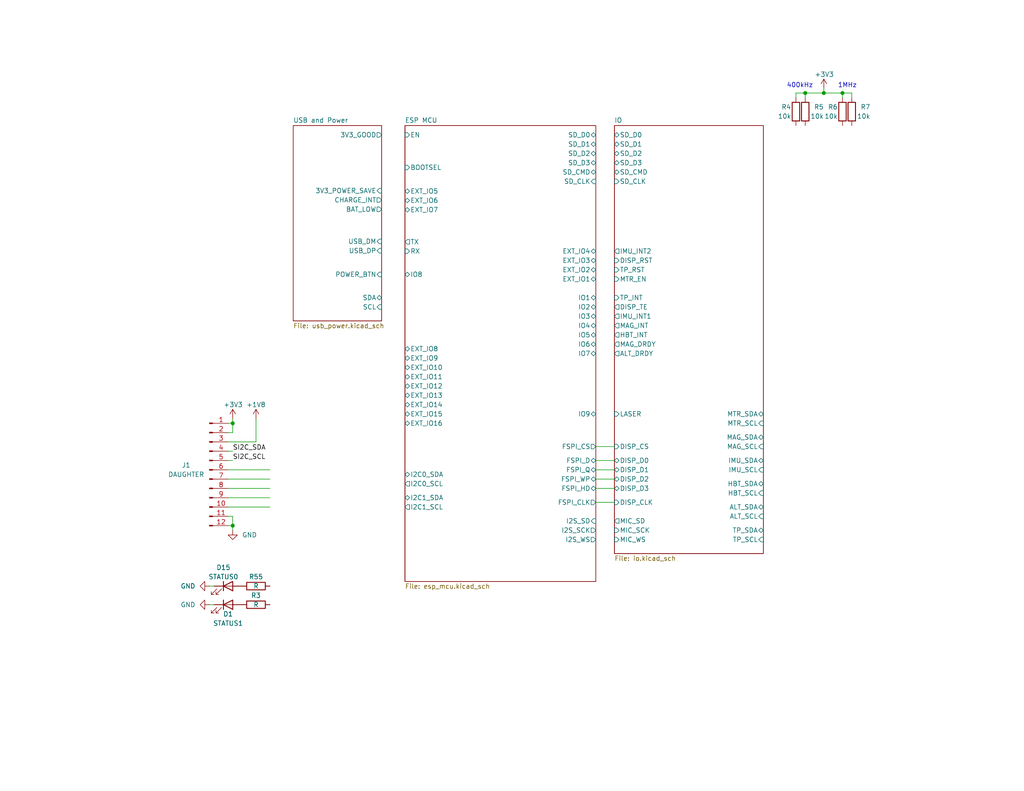
<source format=kicad_sch>
(kicad_sch (version 20250114) (generator "eeschema") (generator_version "9.0")
  (paper "USLetter")
  (lib_symbols
    (symbol "Connector:Conn_01x12_Pin" (pin_names (offset 1.016) (hide yes))
      (property "Reference" "J" (at 0 15.24 0))
      (property "Value" "Conn_01x12_Pin" (at 0 -17.78 0))
      (symbol "Conn_01x12_Pin_1_1"
        (rectangle (start 0.8636 12.827) (end 0 12.573) (stroke (width 0.1524)) (fill (type outline)))
        (rectangle (start 0.8636 10.287) (end 0 10.033) (stroke (width 0.1524)) (fill (type outline)))
        (rectangle (start 0.8636 7.747) (end 0 7.493) (stroke (width 0.1524)) (fill (type outline)))
        (rectangle (start 0.8636 5.207) (end 0 4.953) (stroke (width 0.1524)) (fill (type outline)))
        (rectangle (start 0.8636 2.667) (end 0 2.413) (stroke (width 0.1524)) (fill (type outline)))
        (rectangle (start 0.8636 0.127) (end 0 -0.127) (stroke (width 0.1524)) (fill (type outline)))
        (rectangle (start 0.8636 -2.413) (end 0 -2.667) (stroke (width 0.1524)) (fill (type outline)))
        (rectangle (start 0.8636 -4.953) (end 0 -5.207) (stroke (width 0.1524)) (fill (type outline)))
        (rectangle (start 0.8636 -7.493) (end 0 -7.747) (stroke (width 0.1524)) (fill (type outline)))
        (rectangle (start 0.8636 -10.033) (end 0 -10.287) (stroke (width 0.1524)) (fill (type outline)))
        (rectangle (start 0.8636 -12.573) (end 0 -12.827) (stroke (width 0.1524)) (fill (type outline)))
        (rectangle (start 0.8636 -15.113) (end 0 -15.367) (stroke (width 0.1524)) (fill (type outline)))
        (polyline (pts (xy 1.27 12.7) (xy 0.8636 12.7)) (stroke (width 0.1524)))
        (polyline (pts (xy 1.27 10.16) (xy 0.8636 10.16)) (stroke (width 0.1524)))
        (polyline (pts (xy 1.27 7.62) (xy 0.8636 7.62)) (stroke (width 0.1524)))
        (polyline (pts (xy 1.27 5.08) (xy 0.8636 5.08)) (stroke (width 0.1524)))
        (polyline (pts (xy 1.27 2.54) (xy 0.8636 2.54)) (stroke (width 0.1524)))
        (polyline (pts (xy 1.27 0) (xy 0.8636 0)) (stroke (width 0.1524)))
        (polyline (pts (xy 1.27 -2.54) (xy 0.8636 -2.54)) (stroke (width 0.1524)))
        (polyline (pts (xy 1.27 -5.08) (xy 0.8636 -5.08)) (stroke (width 0.1524)))
        (polyline (pts (xy 1.27 -7.62) (xy 0.8636 -7.62)) (stroke (width 0.1524)))
        (polyline (pts (xy 1.27 -10.16) (xy 0.8636 -10.16)) (stroke (width 0.1524)))
        (polyline (pts (xy 1.27 -12.7) (xy 0.8636 -12.7)) (stroke (width 0.1524)))
        (polyline (pts (xy 1.27 -15.24) (xy 0.8636 -15.24)) (stroke (width 0.1524)))
        (pin passive line (at 5.08 12.7 180) (length 3.81) (name "Pin_1") (number "1"))
        (pin passive line (at 5.08 10.16 180) (length 3.81) (name "Pin_2") (number "2"))
        (pin passive line (at 5.08 7.62 180) (length 3.81) (name "Pin_3") (number "3"))
        (pin passive line (at 5.08 5.08 180) (length 3.81) (name "Pin_4") (number "4"))
        (pin passive line (at 5.08 2.54 180) (length 3.81) (name "Pin_5") (number "5"))
        (pin passive line (at 5.08 0 180) (length 3.81) (name "Pin_6") (number "6"))
        (pin passive line (at 5.08 -2.54 180) (length 3.81) (name "Pin_7") (number "7"))
        (pin passive line (at 5.08 -5.08 180) (length 3.81) (name "Pin_8") (number "8"))
        (pin passive line (at 5.08 -7.62 180) (length 3.81) (name "Pin_9") (number "9"))
        (pin passive line (at 5.08 -10.16 180) (length 3.81) (name "Pin_10") (number "10"))
        (pin passive line (at 5.08 -12.7 180) (length 3.81) (name "Pin_11") (number "11"))
        (pin passive line (at 5.08 -15.24 180) (length 3.81) (name "Pin_12") (number "12"))
      )
    )
    (symbol "Device:LED" (pin_numbers (hide yes)) (pin_names (offset 1.016) (hide yes))
      (property "Reference" "D" (at 0 2.54 0))
      (property "Value" "LED" (at 0 -2.54 0))
      (symbol "LED_0_1"
        (polyline (pts (xy -3.048 -0.762) (xy -4.572 -2.286) (xy -3.81 -2.286) (xy -4.572 -2.286) (xy -4.572 -1.524)))
        (polyline (pts (xy -1.778 -0.762) (xy -3.302 -2.286) (xy -2.54 -2.286) (xy -3.302 -2.286) (xy -3.302 -1.524)))
        (polyline (pts (xy -1.27 0) (xy 1.27 0)))
        (polyline (pts (xy -1.27 -1.27) (xy -1.27 1.27)) (stroke (width 0.254)))
        (polyline (pts (xy 1.27 -1.27) (xy 1.27 1.27) (xy -1.27 0) (xy 1.27 -1.27)) (stroke (width 0.254)))
      )
      (symbol "LED_1_1"
        (pin passive line (at -3.81 0 0) (length 2.54) (name "K") (number "1"))
        (pin passive line (at 3.81 0 180) (length 2.54) (name "A") (number "2"))
      )
    )
    (symbol "Device:R" (pin_numbers (hide yes)) (pin_names (offset 0))
      (property "Reference" "R" (at 2.032 0 90))
      (property "Value" "R" (at 0 0 90))
      (symbol "R_0_1"
        (rectangle (start -1.016 -2.54) (end 1.016 2.54) (stroke (width 0.254)))
      )
      (symbol "R_1_1"
        (pin passive line (at 0 3.81 270) (length 1.27) (name "~") (number "1"))
        (pin passive line (at 0 -3.81 90) (length 1.27) (name "~") (number "2"))
      )
    )
    (symbol "power:+1V8" (power) (pin_names (offset 0))
      (property "Value" "+1V8" (at 0 3.556 0))
      (symbol "+1V8_0_1"
        (polyline (pts (xy -0.762 1.27) (xy 0 2.54)))
        (polyline (pts (xy 0 2.54) (xy 0.762 1.27)))
        (polyline (pts (xy 0 0) (xy 0 2.54)))
      )
      (symbol "+1V8_1_1"
        (pin power_in line (at 0 0 90) (length 0) (hide yes) (name "+1V8") (number "1"))
      )
    )
    (symbol "power:+3V3" (power) (pin_names (offset 0))
      (property "Value" "+3V3" (at 0 3.556 0))
      (symbol "+3V3_0_1"
        (polyline (pts (xy -0.762 1.27) (xy 0 2.54)))
        (polyline (pts (xy 0 2.54) (xy 0.762 1.27)))
        (polyline (pts (xy 0 0) (xy 0 2.54)))
      )
      (symbol "+3V3_1_1"
        (pin power_in line (at 0 0 90) (length 0) (hide yes) (name "+3V3") (number "1"))
      )
    )
    (symbol "power:GND" (power) (pin_names (offset 0))
      (property "Value" "GND" (at 0 -3.81 0))
      (symbol "GND_0_1"
        (polyline (pts (xy 0 0) (xy 0 -1.27) (xy 1.27 -1.27) (xy 0 -2.54) (xy -1.27 -1.27) (xy 0 -1.27)))
      )
      (symbol "GND_1_1"
        (pin power_in line (at 0 0 270) (length 0) (hide yes) (name "GND") (number "1"))
      )
    )
  )
  (text "1MHz" (at 228.6 24.13 0) (effects (font (size 1.27 1.27)) (justify left bottom)))
  (text "400kHz" (at 214.63 24.13 0) (effects (font (size 1.27 1.27)) (justify left bottom)))
  (junction (at 219.71 25.4))
  (junction (at 63.5 143.51))
  (junction (at 63.5 115.57))
  (junction (at 224.79 25.4))
  (junction (at 229.87 25.4))
  (wire (pts (xy 63.5 118.11) (xy 62.23 118.11)))
  (wire (pts (xy 162.56 121.92) (xy 167.64 121.92)))
  (wire (pts (xy 162.56 128.27) (xy 167.64 128.27)))
  (wire (pts (xy 229.87 25.4) (xy 229.87 26.67)))
  (wire (pts (xy 217.17 25.4) (xy 217.17 26.67)))
  (wire (pts (xy 217.17 25.4) (xy 219.71 25.4)))
  (wire (pts (xy 69.85 114.3) (xy 69.85 120.65)))
  (wire (pts (xy 57.15 160.02) (xy 58.42 160.02)))
  (wire (pts (xy 224.79 24.13) (xy 224.79 25.4)))
  (wire (pts (xy 62.23 135.89) (xy 73.66 135.89)))
  (wire (pts (xy 63.5 140.97) (xy 63.5 143.51)))
  (wire (pts (xy 232.41 25.4) (xy 232.41 26.67)))
  (wire (pts (xy 229.87 25.4) (xy 232.41 25.4)))
  (wire (pts (xy 57.15 165.1) (xy 58.42 165.1)))
  (wire (pts (xy 62.23 133.35) (xy 73.66 133.35)))
  (wire (pts (xy 62.23 128.27) (xy 73.66 128.27)))
  (wire (pts (xy 162.56 137.16) (xy 167.64 137.16)))
  (wire (pts (xy 162.56 133.35) (xy 167.64 133.35)))
  (wire (pts (xy 63.5 143.51) (xy 63.5 144.78)))
  (wire (pts (xy 62.23 138.43) (xy 73.66 138.43)))
  (wire (pts (xy 219.71 25.4) (xy 219.71 26.67)))
  (wire (pts (xy 63.5 115.57) (xy 62.23 115.57)))
  (wire (pts (xy 62.23 140.97) (xy 63.5 140.97)))
  (wire (pts (xy 63.5 114.3) (xy 63.5 115.57)))
  (wire (pts (xy 162.56 125.73) (xy 167.64 125.73)))
  (wire (pts (xy 62.23 130.81) (xy 73.66 130.81)))
  (wire (pts (xy 224.79 25.4) (xy 229.87 25.4)))
  (wire (pts (xy 62.23 120.65) (xy 69.85 120.65)))
  (wire (pts (xy 219.71 25.4) (xy 224.79 25.4)))
  (wire (pts (xy 63.5 118.11) (xy 63.5 115.57)))
  (wire (pts (xy 62.23 143.51) (xy 63.5 143.51)))
  (wire (pts (xy 162.56 130.81) (xy 167.64 130.81)))
  (wire (pts (xy 63.5 123.19) (xy 62.23 123.19)))
  (wire (pts (xy 62.23 125.73) (xy 63.5 125.73)))
  (label "SI2C_SDA" (at 63.5 123.19 0))
  (label "SI2C_SCL" (at 63.5 125.73 0))
  (symbol (lib_id "Connector:Conn_01x12_Pin") (at 57.15 128.27 0) (unit 1)
    (property "Reference" "J1" (at 50.8 127 0))
    (property "Value" "DAUGHTER" (at 50.8 129.54 0))
    (property "Footprint" "Connector_FFC-FPC:TE_1-1734839-2_1x12-1MP_P0.5mm_Horizontal" (effects (hide yes)))
  )
  (symbol (lib_id "power:+3V3") (at 224.79 24.13 0) (unit 1)
    (property "Reference" "#PWR06" (effects (hide yes)))
    (property "Value" "+3V3" (at 222.25 20.32 0) (effects (justify left)))
  )
  (symbol (lib_id "Device:R") (at 229.87 30.48 180) (unit 1)
    (property "Reference" "R6" (at 228.6 29.21 0) (effects (justify left)))
    (property "Value" "10k" (at 228.6 31.75 0) (effects (justify left)))
    (property "Footprint" "Resistor_SMD:R_0402_1005Metric" (effects (hide yes)))
  )
  (symbol (lib_id "power:+1V8") (at 69.85 114.3 0) (unit 1)
    (property "Reference" "#PWR05" (effects (hide yes)))
    (property "Value" "+1V8" (at 69.85 110.49 0))
  )
  (symbol (lib_id "Device:R") (at 69.85 165.1 90) (unit 1)
    (property "Reference" "R3" (at 69.85 162.56 90))
    (property "Value" "R" (at 69.85 165.1 90))
    (property "Footprint" "Resistor_SMD:R_0402_1005Metric" (effects (hide yes)))
  )
  (symbol (lib_id "power:+3V3") (at 63.5 114.3 0) (unit 1)
    (property "Reference" "#PWR03" (effects (hide yes)))
    (property "Value" "+3V3" (at 60.96 110.49 0) (effects (justify left)))
  )
  (symbol (lib_id "Device:LED") (at 62.23 160.02 0) (unit 1)
    (property "Reference" "D15" (at 60.96 154.94 0))
    (property "Value" "STATUS0" (at 60.96 157.48 0))
    (property "Footprint" "LED_SMD:LED_0402_1005Metric" (effects (hide yes)))
  )
  (symbol (lib_id "power:GND") (at 57.15 160.02 270) (unit 1)
    (property "Reference" "#PWR021" (effects (hide yes)))
    (property "Value" "GND" (at 53.34 160.02 90) (effects (justify right)))
  )
  (symbol (lib_id "Device:R") (at 232.41 30.48 180) (unit 1)
    (property "Reference" "R7" (at 237.49 29.21 0) (effects (justify left)))
    (property "Value" "10k" (at 237.49 31.75 0) (effects (justify left)))
    (property "Footprint" "Resistor_SMD:R_0402_1005Metric" (effects (hide yes)))
  )
  (symbol (lib_id "power:GND") (at 63.5 144.78 0) (unit 1)
    (property "Reference" "#PWR04" (effects (hide yes)))
    (property "Value" "GND" (at 66.04 146.05 0) (effects (justify left)))
  )
  (symbol (lib_id "power:GND") (at 57.15 165.1 270) (unit 1)
    (property "Reference" "#PWR01" (effects (hide yes)))
    (property "Value" "GND" (at 53.34 165.1 90) (effects (justify right)))
  )
  (symbol (lib_id "Device:R") (at 217.17 30.48 180) (unit 1)
    (property "Reference" "R4" (at 215.9 29.21 0) (effects (justify left)))
    (property "Value" "10k" (at 215.9 31.75 0) (effects (justify left)))
    (property "Footprint" "Resistor_SMD:R_0402_1005Metric" (effects (hide yes)))
  )
  (symbol (lib_id "Device:R") (at 69.85 160.02 90) (unit 1)
    (property "Reference" "R55" (at 69.85 157.48 90))
    (property "Value" "R" (at 69.85 160.02 90))
    (property "Footprint" "Resistor_SMD:R_0402_1005Metric" (effects (hide yes)))
  )
  (symbol (lib_id "Device:LED") (at 62.23 165.1 0) (unit 1)
    (property "Reference" "D1" (at 62.23 167.64 0))
    (property "Value" "STATUS1" (at 62.23 170.18 0))
    (property "Footprint" "LED_SMD:LED_0402_1005Metric" (effects (hide yes)))
  )
  (symbol (lib_id "Device:R") (at 219.71 30.48 180) (unit 1)
    (property "Reference" "R5" (at 224.79 29.21 0) (effects (justify left)))
    (property "Value" "10k" (at 224.79 31.75 0) (effects (justify left)))
    (property "Footprint" "Resistor_SMD:R_0402_1005Metric" (effects (hide yes)))
  )
  (sheet (at 167.64 34.29) (size 40.64 116.84) (stroke (width 0.1524))
    (property "Sheetname" "IO" (at 167.64 33.5784 0) (effects (justify left bottom)))
    (property "Sheetfile" "io.kicad_sch" (at 167.64 151.7146 0) (effects (justify left top)))
    (pin "IMU_INT1" output (at 167.64 86.36 180))
    (pin "IMU_INT2" output (at 167.64 68.58 180))
    (pin "HBT_INT" output (at 167.64 91.44 180))
    (pin "TP_INT" input (at 167.64 81.28 180))
    (pin "TP_RST" input (at 167.64 73.66 180))
    (pin "MIC_SCK" input (at 167.64 144.78 180))
    (pin "MIC_WS" input (at 167.64 147.32 180))
    (pin "MIC_SD" output (at 167.64 142.24 180))
    (pin "MAG_DRDY" output (at 167.64 93.98 180))
    (pin "MAG_INT" output (at 167.64 88.9 180))
    (pin "DISP_D0" bidirectional (at 167.64 125.73 180))
    (pin "DISP_CS" input (at 167.64 121.92 180))
    (pin "DISP_CLK" input (at 167.64 137.16 180))
    (pin "DISP_TE" output (at 167.64 83.82 180))
    (pin "DISP_RST" input (at 167.64 71.12 180))
    (pin "DISP_D2" bidirectional (at 167.64 130.81 180))
    (pin "DISP_D1" bidirectional (at 167.64 128.27 180))
    (pin "DISP_D3" bidirectional (at 167.64 133.35 180))
    (pin "MTR_EN" input (at 167.64 76.2 180))
    (pin "LASER" input (at 167.64 113.03 180))
    (pin "ALT_DRDY" output (at 167.64 96.52 180))
    (pin "ALT_SCL" input (at 208.28 140.97 0))
    (pin "ALT_SDA" bidirectional (at 208.28 138.43 0))
    (pin "HBT_SCL" input (at 208.28 134.62 0))
    (pin "HBT_SDA" bidirectional (at 208.28 132.08 0))
    (pin "IMU_SCL" input (at 208.28 128.27 0))
    (pin "IMU_SDA" bidirectional (at 208.28 125.73 0))
    (pin "MAG_SCL" input (at 208.28 121.92 0))
    (pin "MAG_SDA" bidirectional (at 208.28 119.38 0))
    (pin "MTR_SCL" input (at 208.28 115.57 0))
    (pin "MTR_SDA" bidirectional (at 208.28 113.03 0))
    (pin "SD_CLK" input (at 167.64 49.53 180))
    (pin "SD_CMD" bidirectional (at 167.64 46.99 180))
    (pin "SD_D0" bidirectional (at 167.64 36.83 180))
    (pin "SD_D1" bidirectional (at 167.64 39.37 180))
    (pin "SD_D2" bidirectional (at 167.64 41.91 180))
    (pin "SD_D3" bidirectional (at 167.64 44.45 180))
    (pin "TP_SCL" input (at 208.28 147.32 0))
    (pin "TP_SDA" bidirectional (at 208.28 144.78 0))
  )
  (sheet (at 110.49 34.29) (size 52.07 124.46) (stroke (width 0.1524))
    (property "Sheetname" "ESP MCU" (at 110.49 33.5784 0) (effects (justify left bottom)))
    (property "Sheetfile" "esp_mcu.kicad_sch" (at 110.49 159.3346 0) (effects (justify left top)))
    (pin "BOOTSEL" input (at 110.49 45.72 180))
    (pin "EN" input (at 110.49 36.83 180))
    (pin "EXT_IO1" bidirectional (at 162.56 76.2 0))
    (pin "EXT_IO2" bidirectional (at 162.56 73.66 0))
    (pin "EXT_IO3" bidirectional (at 162.56 71.12 0))
    (pin "EXT_IO4" bidirectional (at 162.56 68.58 0))
    (pin "EXT_IO5" bidirectional (at 110.49 52.197 180))
    (pin "EXT_IO6" bidirectional (at 110.49 54.737 180))
    (pin "EXT_IO7" bidirectional (at 110.49 57.277 180))
    (pin "EXT_IO8" bidirectional (at 110.49 95.25 180))
    (pin "EXT_IO9" bidirectional (at 110.49 97.79 180))
    (pin "EXT_IO10" bidirectional (at 110.49 100.33 180))
    (pin "EXT_IO11" bidirectional (at 110.49 102.87 180))
    (pin "EXT_IO12" bidirectional (at 110.49 105.41 180))
    (pin "EXT_IO13" bidirectional (at 110.49 107.95 180))
    (pin "EXT_IO14" bidirectional (at 110.49 110.49 180))
    (pin "EXT_IO15" bidirectional (at 110.49 113.03 180))
    (pin "EXT_IO16" bidirectional (at 110.49 115.57 180))
    (pin "FSPI_CLK" output (at 162.56 137.16 0))
    (pin "FSPI_CS" output (at 162.56 121.92 0))
    (pin "FSPI_D" bidirectional (at 162.56 125.73 0))
    (pin "FSPI_HD" bidirectional (at 162.56 133.35 0))
    (pin "FSPI_Q" bidirectional (at 162.56 128.27 0))
    (pin "FSPI_WP" bidirectional (at 162.56 130.81 0))
    (pin "I2C0_SCL" output (at 110.49 132.08 180))
    (pin "I2C0_SDA" bidirectional (at 110.49 129.54 180))
    (pin "I2C1_SCL" output (at 110.49 138.43 180))
    (pin "I2C1_SDA" bidirectional (at 110.49 135.89 180))
    (pin "I2S_SCK" output (at 162.56 144.78 0))
    (pin "I2S_SD" input (at 162.56 142.24 0))
    (pin "I2S_WS" output (at 162.56 147.32 0))
    (pin "IO1" bidirectional (at 162.56 81.28 0))
    (pin "IO2" bidirectional (at 162.56 83.82 0))
    (pin "IO3" bidirectional (at 162.56 86.36 0))
    (pin "IO4" bidirectional (at 162.56 88.9 0))
    (pin "IO5" bidirectional (at 162.56 91.44 0))
    (pin "IO6" bidirectional (at 162.56 93.98 0))
    (pin "IO7" bidirectional (at 162.56 96.52 0))
    (pin "IO8" bidirectional (at 110.49 74.93 180))
    (pin "IO9" bidirectional (at 162.56 113.03 0))
    (pin "RX" input (at 110.49 68.58 180))
    (pin "SD_CLK" input (at 162.56 49.53 0))
    (pin "SD_CMD" bidirectional (at 162.56 46.99 0))
    (pin "SD_D0" bidirectional (at 162.56 36.83 0))
    (pin "SD_D1" bidirectional (at 162.56 39.37 0))
    (pin "SD_D2" bidirectional (at 162.56 41.91 0))
    (pin "SD_D3" bidirectional (at 162.56 44.45 0))
    (pin "TX" output (at 110.49 66.04 180))
  )
  (sheet (at 80.01 34.29) (size 24.13 53.34) (stroke (width 0.1524))
    (property "Sheetname" "USB and Power" (at 80.01 33.5784 0) (effects (justify left bottom)))
    (property "Sheetfile" "usb_power.kicad_sch" (at 80.01 88.2146 0) (effects (justify left top)))
    (pin "POWER_BTN" input (at 104.14 74.93 0))
    (pin "SCL" input (at 104.14 83.82 0))
    (pin "SDA" bidirectional (at 104.14 81.28 0))
    (pin "BAT_LOW" output (at 104.14 57.15 0))
    (pin "CHARGE_INT" output (at 104.14 54.61 0))
    (pin "3V3_GOOD" output (at 104.14 36.83 0))
    (pin "3V3_POWER_SAVE" input (at 104.14 52.07 0))
    (pin "USB_DM" input (at 104.14 65.913 0))
    (pin "USB_DP" input (at 104.14 68.453 0))
  )
)
</source>
